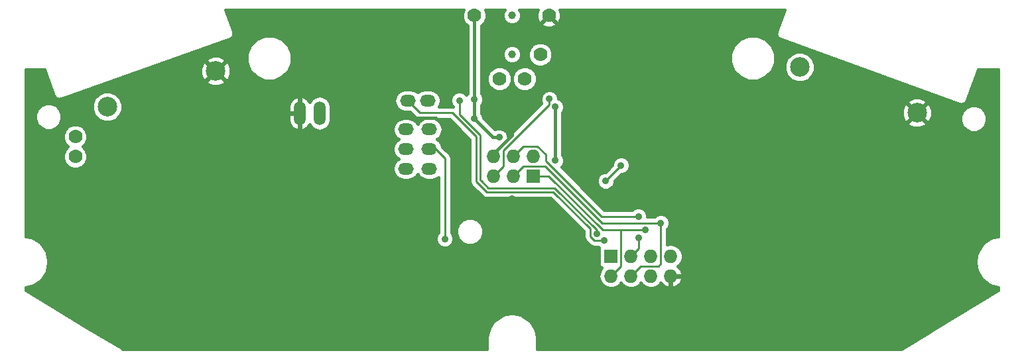
<source format=gbl>
%FSLAX46Y46*%
G04 Gerber Fmt 4.6, Leading zero omitted, Abs format (unit mm)*
G04 Created by KiCad (PCBNEW (2014-10-27 BZR 5228)-product) date 1/4/2015 7:38:25 PM*
%MOMM*%
G01*
G04 APERTURE LIST*
%ADD10C,0.100000*%
%ADD11R,1.727200X1.727200*%
%ADD12O,1.727200X1.727200*%
%ADD13C,2.499360*%
%ADD14O,1.506220X3.014980*%
%ADD15C,1.778000*%
%ADD16C,0.990600*%
%ADD17O,1.981200X1.501140*%
%ADD18C,0.889000*%
%ADD19C,0.381000*%
%ADD20C,0.254000*%
G04 APERTURE END LIST*
D10*
D11*
X75490000Y-32306000D03*
D12*
X75490000Y-34846000D03*
X78030000Y-32306000D03*
X78030000Y-34846000D03*
X80570000Y-32306000D03*
X80570000Y-34846000D03*
X83110000Y-32306000D03*
X83110000Y-34846000D03*
D11*
X65595500Y-22034500D03*
D12*
X65595500Y-19494500D03*
X63055500Y-22034500D03*
X63055500Y-19494500D03*
X60515500Y-22034500D03*
X60515500Y-19494500D03*
D13*
X11176000Y-13208000D03*
X25019000Y-8636000D03*
X99568000Y-8128000D03*
X114554000Y-13970000D03*
D14*
X38290500Y-14033500D03*
X35750500Y-14033500D03*
D15*
X58064400Y-1524000D03*
X67564000Y-1524000D03*
X61264800Y-9626600D03*
X64465200Y-9626600D03*
X66471800Y-6527800D03*
D16*
X62865000Y-1524000D03*
X62865000Y-6527800D03*
D17*
X49298860Y-16106140D03*
X52301140Y-16106140D03*
X52301140Y-18605500D03*
X49298860Y-18605500D03*
X52301140Y-21104860D03*
X49298860Y-21104860D03*
X49530000Y-12405360D03*
X52070000Y-12405360D03*
D15*
X7112000Y-17018000D03*
X7112000Y-19558000D03*
D18*
X65278000Y-32448500D03*
X62865000Y-24955500D03*
X54483000Y-15938500D03*
X47244000Y-13081000D03*
X47879000Y-9334500D03*
X75400000Y-20000000D03*
X106108500Y-37909500D03*
X49657000Y-32448500D03*
X79900000Y-20000000D03*
X21590000Y-37338000D03*
X27686000Y-27178000D03*
X18034000Y-16002000D03*
X92252800Y-27279600D03*
X119329200Y-27279600D03*
X106146600Y-16967200D03*
X12192000Y-28194000D03*
X43815000Y-14922500D03*
X43370500Y-10223500D03*
X62865000Y-12192000D03*
X81851500Y-28067000D03*
X67627500Y-12192000D03*
X79000000Y-27200000D03*
X78994000Y-29908500D03*
X79883000Y-28956000D03*
X58039000Y-12255500D03*
X58039000Y-14732000D03*
X61214000Y-17081500D03*
X73660000Y-29400500D03*
X56134000Y-12382500D03*
X74612500Y-30289500D03*
X68389500Y-13208000D03*
X68389500Y-20066000D03*
X74803000Y-22669500D03*
X76771500Y-20701000D03*
X54292500Y-30099000D03*
D19*
X65278000Y-32448500D02*
X62103000Y-32448500D01*
X60515500Y-27305000D02*
X62865000Y-24955500D01*
X60515500Y-30861000D02*
X60515500Y-27305000D01*
X62103000Y-32448500D02*
X60515500Y-30861000D01*
X47244000Y-13081000D02*
X48768000Y-14605000D01*
X53149500Y-14605000D02*
X54483000Y-15938500D01*
X48768000Y-14605000D02*
X53149500Y-14605000D01*
X47244000Y-13081000D02*
X47244000Y-9969500D01*
X47244000Y-9969500D02*
X47879000Y-9334500D01*
X62865000Y-16827500D02*
X62865000Y-12192000D01*
X60515500Y-19177000D02*
X62865000Y-16827500D01*
X60515500Y-19494500D02*
X60515500Y-19177000D01*
D20*
X64325500Y-20764500D02*
X63055500Y-22034500D01*
X67056000Y-20764500D02*
X64325500Y-20764500D01*
X74358500Y-28067000D02*
X67056000Y-20764500D01*
X74422000Y-28067000D02*
X81851500Y-28067000D01*
X74422000Y-28067000D02*
X74358500Y-28067000D01*
X81851500Y-33261300D02*
X81534000Y-33578800D01*
X81851500Y-33261300D02*
X81851500Y-33261300D01*
X79297200Y-33578800D02*
X78030000Y-34846000D01*
X79297200Y-33578800D02*
X81534000Y-33578800D01*
X81851500Y-33261300D02*
X81851500Y-28067000D01*
X60515500Y-22034500D02*
X61785500Y-20764500D01*
X65405000Y-15113000D02*
X67627500Y-12890500D01*
X67627500Y-12890500D02*
X67627500Y-12192000D01*
X65405000Y-15113000D02*
X62776102Y-17741898D01*
X61785500Y-18732500D02*
X62776102Y-17741898D01*
X61785500Y-20764500D02*
X61785500Y-18732500D01*
X79000000Y-27200000D02*
X74295000Y-27200000D01*
X67183000Y-20088000D02*
X67183000Y-19304000D01*
X67183000Y-19304000D02*
X66103500Y-18224500D01*
X66103500Y-18224500D02*
X64325500Y-18224500D01*
X64325500Y-18224500D02*
X63055500Y-19494500D01*
X74295000Y-27200000D02*
X67183000Y-20088000D01*
X78994000Y-31342000D02*
X78994000Y-29908500D01*
X78030000Y-32306000D02*
X78994000Y-31342000D01*
X74993500Y-28956000D02*
X76771500Y-28956000D01*
X76771500Y-28956000D02*
X79883000Y-28956000D01*
X74422000Y-28956000D02*
X67500500Y-22034500D01*
X67500500Y-22034500D02*
X65595500Y-22034500D01*
X74993500Y-28956000D02*
X74422000Y-28956000D01*
X76771500Y-33564500D02*
X75490000Y-34846000D01*
X76771500Y-33564500D02*
X76771500Y-30543500D01*
X76771500Y-28956000D02*
X76771500Y-30543500D01*
D19*
X58039000Y-12255500D02*
X58039000Y-14732000D01*
X58039000Y-14732000D02*
X60388500Y-17081500D01*
X60388500Y-17081500D02*
X61214000Y-17081500D01*
X58039000Y-1549400D02*
X58064400Y-1524000D01*
X58039000Y-1549400D02*
X58039000Y-12255500D01*
D20*
X68306076Y-23558500D02*
X66230500Y-23558500D01*
X73660000Y-28912424D02*
X68306076Y-23558500D01*
X73660000Y-29400500D02*
X73660000Y-28912424D01*
X66548000Y-23558500D02*
X66230500Y-23558500D01*
X56134000Y-14160500D02*
X56134000Y-12382500D01*
X66230500Y-23558500D02*
X59817000Y-23558500D01*
X58801000Y-22542500D02*
X58801000Y-16827500D01*
X59817000Y-23558500D02*
X58928000Y-22669500D01*
X58928000Y-22669500D02*
X58801000Y-22542500D01*
X58801000Y-16827500D02*
X56134000Y-14160500D01*
X59606578Y-24066502D02*
X58292998Y-22752922D01*
X74612500Y-30289500D02*
X73342500Y-30289500D01*
X73342500Y-30289500D02*
X72814576Y-29761576D01*
X72814576Y-29761576D02*
X72814576Y-28785424D01*
X72814576Y-28785424D02*
X68095654Y-24066502D01*
X68095654Y-24066502D02*
X59606578Y-24066502D01*
X51094640Y-13970000D02*
X49530000Y-12405360D01*
X55225076Y-13970000D02*
X51094640Y-13970000D01*
X58292998Y-17037922D02*
X55225076Y-13970000D01*
X58292998Y-22752922D02*
X58292998Y-17037922D01*
D19*
X68389500Y-20066000D02*
X68389500Y-13208000D01*
D20*
X76771500Y-20701000D02*
X74803000Y-22669500D01*
X54292500Y-19812000D02*
X54292500Y-30099000D01*
X53086000Y-18605500D02*
X54292500Y-19812000D01*
X52301140Y-18605500D02*
X53086000Y-18605500D01*
D19*
G36*
X60599000Y-19558000D02*
X60579000Y-19558000D01*
X60579000Y-19578000D01*
X60452000Y-19578000D01*
X60452000Y-19558000D01*
X60432000Y-19558000D01*
X60432000Y-19431000D01*
X60452000Y-19431000D01*
X60452000Y-19411000D01*
X60579000Y-19411000D01*
X60579000Y-19431000D01*
X60599000Y-19431000D01*
X60599000Y-19558000D01*
X60599000Y-19558000D01*
G37*
X60599000Y-19558000D02*
X60579000Y-19558000D01*
X60579000Y-19578000D01*
X60452000Y-19578000D01*
X60452000Y-19558000D01*
X60432000Y-19558000D01*
X60432000Y-19431000D01*
X60452000Y-19431000D01*
X60452000Y-19411000D01*
X60579000Y-19411000D01*
X60579000Y-19431000D01*
X60599000Y-19431000D01*
X60599000Y-19558000D01*
G36*
X124931500Y-36634921D02*
X116504956Y-41756938D01*
X116504956Y-13596707D01*
X116213595Y-12878524D01*
X116197492Y-12854424D01*
X115879195Y-12734607D01*
X115789393Y-12824409D01*
X115789393Y-12644805D01*
X115669576Y-12326508D01*
X114955721Y-12024699D01*
X114180707Y-12019044D01*
X113462524Y-12310405D01*
X113438424Y-12326508D01*
X113318607Y-12644805D01*
X114554000Y-13880197D01*
X115789393Y-12644805D01*
X115789393Y-12824409D01*
X114643803Y-13970000D01*
X115879195Y-15205393D01*
X116197492Y-15085576D01*
X116499301Y-14371721D01*
X116504956Y-13596707D01*
X116504956Y-41756938D01*
X115789393Y-42191888D01*
X115789393Y-15295195D01*
X114554000Y-14059803D01*
X114464197Y-14149605D01*
X114464197Y-13970000D01*
X113228805Y-12734607D01*
X112910508Y-12854424D01*
X112608699Y-13568279D01*
X112603044Y-14343293D01*
X112894405Y-15061476D01*
X112910508Y-15085576D01*
X113228805Y-15205393D01*
X114464197Y-13970000D01*
X114464197Y-14149605D01*
X113318607Y-15295195D01*
X113438424Y-15613492D01*
X114152279Y-15915301D01*
X114927293Y-15920956D01*
X115645476Y-15629595D01*
X115669576Y-15613492D01*
X115789393Y-15295195D01*
X115789393Y-42191888D01*
X112552355Y-44159500D01*
X101516517Y-44159500D01*
X101516517Y-7742183D01*
X101220550Y-7025886D01*
X100672996Y-6477376D01*
X99957217Y-6180159D01*
X99182183Y-6179483D01*
X98465886Y-6475450D01*
X97917376Y-7023004D01*
X97620159Y-7738783D01*
X97619483Y-8513817D01*
X97915450Y-9230114D01*
X98463004Y-9778624D01*
X99178783Y-10075841D01*
X99953817Y-10076517D01*
X100670114Y-9780550D01*
X101218624Y-9232996D01*
X101515841Y-8517217D01*
X101516517Y-7742183D01*
X101516517Y-44159500D01*
X96456995Y-44159500D01*
X96456995Y-6419102D01*
X96022883Y-5368471D01*
X95219757Y-4563942D01*
X94169886Y-4127997D01*
X93033102Y-4127005D01*
X91982471Y-4561117D01*
X91177942Y-5364243D01*
X90741997Y-6414114D01*
X90741005Y-7550898D01*
X91175117Y-8601529D01*
X91978243Y-9406058D01*
X93028114Y-9842003D01*
X94164898Y-9842995D01*
X95215529Y-9408883D01*
X96020058Y-8605757D01*
X96456003Y-7555886D01*
X96456995Y-6419102D01*
X96456995Y-44159500D01*
X84641659Y-44159500D01*
X84641659Y-35152883D01*
X84496021Y-34909500D01*
X83173500Y-34909500D01*
X83173500Y-36232188D01*
X83416883Y-36377663D01*
X83979665Y-36143633D01*
X84410048Y-35712050D01*
X84641659Y-35152883D01*
X84641659Y-44159500D01*
X66076500Y-44159500D01*
X66076500Y-42799000D01*
X66061157Y-42721865D01*
X66061157Y-42643220D01*
X65877478Y-41719810D01*
X65877479Y-41719806D01*
X65877478Y-41719805D01*
X65758250Y-41431963D01*
X65758249Y-41431962D01*
X65235179Y-40649130D01*
X65235178Y-40649129D01*
X65235178Y-40649128D01*
X65014872Y-40428823D01*
X65014871Y-40428822D01*
X64232040Y-39905752D01*
X64232039Y-39905751D01*
X64232037Y-39905750D01*
X64147730Y-39870829D01*
X63944195Y-39786522D01*
X63020780Y-39602843D01*
X62709220Y-39602843D01*
X61785810Y-39786521D01*
X61785806Y-39786521D01*
X61497963Y-39905750D01*
X60715130Y-40428820D01*
X60715128Y-40428822D01*
X60494822Y-40649129D01*
X59971752Y-41431959D01*
X59971751Y-41431961D01*
X59971750Y-41431962D01*
X59971750Y-41431963D01*
X59936829Y-41516269D01*
X59852522Y-41719805D01*
X59668843Y-42643220D01*
X59668843Y-42721865D01*
X59653500Y-42799000D01*
X59653500Y-44159500D01*
X59194997Y-44159500D01*
X59194997Y-28794261D01*
X58934530Y-28163883D01*
X58452654Y-27681165D01*
X57822731Y-27419598D01*
X57140661Y-27419003D01*
X56510283Y-27679470D01*
X56027565Y-28161346D01*
X55765998Y-28791269D01*
X55765403Y-29473339D01*
X56025870Y-30103717D01*
X56507746Y-30586435D01*
X57137669Y-30848002D01*
X57819739Y-30848597D01*
X58450117Y-30588130D01*
X58932835Y-30106254D01*
X59194402Y-29476331D01*
X59194997Y-28794261D01*
X59194997Y-44159500D01*
X39742110Y-44159500D01*
X39742110Y-14831098D01*
X39742110Y-13235902D01*
X39631613Y-12680395D01*
X39316943Y-12209459D01*
X38846007Y-11894789D01*
X38290500Y-11784292D01*
X37734993Y-11894789D01*
X37264057Y-12209459D01*
X37011008Y-12588172D01*
X36732042Y-12207776D01*
X36247341Y-11913707D01*
X36040083Y-11856688D01*
X35814000Y-12003715D01*
X35814000Y-13970000D01*
X35834000Y-13970000D01*
X35834000Y-14097000D01*
X35814000Y-14097000D01*
X35814000Y-16063285D01*
X36040083Y-16210312D01*
X36247341Y-16153293D01*
X36732042Y-15859224D01*
X37011008Y-15478827D01*
X37264057Y-15857541D01*
X37734993Y-16172211D01*
X38290500Y-16282708D01*
X38846007Y-16172211D01*
X39316943Y-15857541D01*
X39631613Y-15386605D01*
X39742110Y-14831098D01*
X39742110Y-44159500D01*
X35687000Y-44159500D01*
X35687000Y-16063285D01*
X35687000Y-14097000D01*
X35687000Y-13970000D01*
X35687000Y-12003715D01*
X35460917Y-11856688D01*
X35253659Y-11913707D01*
X34768958Y-12207776D01*
X34734995Y-12254087D01*
X34734995Y-6419102D01*
X34300883Y-5368471D01*
X33497757Y-4563942D01*
X32447886Y-4127997D01*
X31311102Y-4127005D01*
X30260471Y-4561117D01*
X29455942Y-5364243D01*
X29019997Y-6414114D01*
X29019005Y-7550898D01*
X29453117Y-8601529D01*
X30256243Y-9406058D01*
X31306114Y-9842003D01*
X32442898Y-9842995D01*
X33493529Y-9408883D01*
X34298058Y-8605757D01*
X34734003Y-7555886D01*
X34734995Y-6419102D01*
X34734995Y-12254087D01*
X34433688Y-12664947D01*
X34298890Y-13215620D01*
X34298890Y-13970000D01*
X35687000Y-13970000D01*
X35687000Y-14097000D01*
X34298890Y-14097000D01*
X34298890Y-14851380D01*
X34433688Y-15402053D01*
X34768958Y-15859224D01*
X35253659Y-16153293D01*
X35460917Y-16210312D01*
X35687000Y-16063285D01*
X35687000Y-44159500D01*
X26969956Y-44159500D01*
X26969956Y-8262707D01*
X26678595Y-7544524D01*
X26662492Y-7520424D01*
X26344195Y-7400607D01*
X26254393Y-7490409D01*
X26254393Y-7310805D01*
X26134576Y-6992508D01*
X25420721Y-6690699D01*
X24645707Y-6685044D01*
X23927524Y-6976405D01*
X23903424Y-6992508D01*
X23783607Y-7310805D01*
X25019000Y-8546197D01*
X26254393Y-7310805D01*
X26254393Y-7490409D01*
X25108803Y-8636000D01*
X26344195Y-9871393D01*
X26662492Y-9751576D01*
X26964301Y-9037721D01*
X26969956Y-8262707D01*
X26969956Y-44159500D01*
X26254393Y-44159500D01*
X26254393Y-9961195D01*
X25019000Y-8725803D01*
X24929197Y-8815605D01*
X24929197Y-8636000D01*
X23693805Y-7400607D01*
X23375508Y-7520424D01*
X23073699Y-8234279D01*
X23068044Y-9009293D01*
X23359405Y-9727476D01*
X23375508Y-9751576D01*
X23693805Y-9871393D01*
X24929197Y-8636000D01*
X24929197Y-8815605D01*
X23783607Y-9961195D01*
X23903424Y-10279492D01*
X24617279Y-10581301D01*
X25392293Y-10586956D01*
X26110476Y-10295595D01*
X26134576Y-10279492D01*
X26254393Y-9961195D01*
X26254393Y-44159500D01*
X13177644Y-44159500D01*
X13124517Y-44127207D01*
X13124517Y-12822183D01*
X12828550Y-12105886D01*
X12280996Y-11557376D01*
X11565217Y-11260159D01*
X10790183Y-11259483D01*
X10073886Y-11555450D01*
X9525376Y-12103004D01*
X9228159Y-12818783D01*
X9227483Y-13593817D01*
X9523450Y-14310114D01*
X10071004Y-14858624D01*
X10786783Y-15155841D01*
X11561817Y-15156517D01*
X12278114Y-14860550D01*
X12826624Y-14312996D01*
X13123841Y-13597217D01*
X13124517Y-12822183D01*
X13124517Y-44127207D01*
X8699775Y-41437657D01*
X8699775Y-19243612D01*
X8458602Y-18659928D01*
X8087065Y-18287742D01*
X8457032Y-17918421D01*
X8699224Y-17335159D01*
X8699775Y-16703612D01*
X8458602Y-16119928D01*
X8012421Y-15672968D01*
X7429159Y-15430776D01*
X6797612Y-15430225D01*
X6213928Y-15671398D01*
X5766968Y-16117579D01*
X5524776Y-16700841D01*
X5524225Y-17332388D01*
X5765398Y-17916072D01*
X6136934Y-18288257D01*
X5766968Y-18657579D01*
X5524776Y-19240841D01*
X5524225Y-19872388D01*
X5765398Y-20456072D01*
X6211579Y-20903032D01*
X6794841Y-21145224D01*
X7426388Y-21145775D01*
X8010072Y-20904602D01*
X8457032Y-20458421D01*
X8699224Y-19875159D01*
X8699775Y-19243612D01*
X8699775Y-41437657D01*
X5397797Y-39430572D01*
X5397797Y-14138461D01*
X5137330Y-13508083D01*
X4655454Y-13025365D01*
X4025531Y-12763798D01*
X3343461Y-12763203D01*
X2713083Y-13023670D01*
X2230365Y-13505546D01*
X1968798Y-14135469D01*
X1968203Y-14817539D01*
X2228670Y-15447917D01*
X2710546Y-15930635D01*
X3340469Y-16192202D01*
X4022539Y-16192797D01*
X4652917Y-15932330D01*
X5135635Y-15450454D01*
X5397202Y-14820531D01*
X5397797Y-14138461D01*
X5397797Y-39430572D01*
X798500Y-36634921D01*
X798500Y-36291097D01*
X1508796Y-36149811D01*
X1796639Y-36030583D01*
X1796639Y-36030582D01*
X1796642Y-36030579D01*
X2620670Y-35479981D01*
X2620674Y-35479980D01*
X2620674Y-35479979D01*
X2840979Y-35259674D01*
X2840980Y-35259673D01*
X2840980Y-35259671D01*
X3391579Y-34435642D01*
X3391582Y-34435639D01*
X3391583Y-34435639D01*
X3510811Y-34147796D01*
X3704157Y-33175780D01*
X3704157Y-32864220D01*
X3510811Y-31892204D01*
X3391583Y-31604361D01*
X3391579Y-31604357D01*
X2840980Y-30780328D01*
X2840980Y-30780327D01*
X2840979Y-30780326D01*
X2620674Y-30560021D01*
X2620674Y-30560020D01*
X2620670Y-30560018D01*
X1796642Y-30009420D01*
X1796639Y-30009417D01*
X1508796Y-29890189D01*
X798500Y-29748902D01*
X798500Y-8418500D01*
X3125298Y-8418500D01*
X4330307Y-11704888D01*
X4409360Y-11834468D01*
X4487031Y-11964781D01*
X4490387Y-11967283D01*
X4492569Y-11970859D01*
X4615167Y-12060303D01*
X4736820Y-12150993D01*
X4740880Y-12152020D01*
X4744262Y-12154488D01*
X4891712Y-12190197D01*
X5038855Y-12227440D01*
X5042999Y-12226835D01*
X5047068Y-12227821D01*
X5197009Y-12204377D01*
X5347154Y-12182483D01*
X26810154Y-4562483D01*
X26813749Y-4560340D01*
X26817888Y-4559693D01*
X26947447Y-4480651D01*
X27077781Y-4402969D01*
X27080284Y-4399611D01*
X27083858Y-4397431D01*
X27173296Y-4274842D01*
X27263993Y-4153180D01*
X27265020Y-4149121D01*
X27267488Y-4145739D01*
X27303214Y-3998218D01*
X27340439Y-3851145D01*
X27339835Y-3847003D01*
X27340821Y-3842933D01*
X27317372Y-3692959D01*
X27295483Y-3542846D01*
X27293339Y-3539250D01*
X27292693Y-3535113D01*
X26289268Y-798500D01*
X56646734Y-798500D01*
X56477176Y-1206841D01*
X56476625Y-1838388D01*
X56717798Y-2422072D01*
X57150000Y-2855028D01*
X57150000Y-11527912D01*
X57070577Y-11607197D01*
X57042525Y-11674752D01*
X56782303Y-11414077D01*
X56362354Y-11239699D01*
X55907641Y-11239302D01*
X55487388Y-11412946D01*
X55165577Y-11734197D01*
X54991199Y-12154146D01*
X54990802Y-12608859D01*
X55164446Y-13029112D01*
X55293150Y-13158040D01*
X55225076Y-13144500D01*
X53558537Y-13144500D01*
X53681887Y-12959895D01*
X53792191Y-12405360D01*
X53681887Y-11850825D01*
X53367768Y-11380713D01*
X52897656Y-11066594D01*
X52343121Y-10956290D01*
X51796879Y-10956290D01*
X51242344Y-11066594D01*
X50800000Y-11362159D01*
X50357656Y-11066594D01*
X49803121Y-10956290D01*
X49256879Y-10956290D01*
X48702344Y-11066594D01*
X48232232Y-11380713D01*
X47918113Y-11850825D01*
X47807809Y-12405360D01*
X47918113Y-12959895D01*
X48232232Y-13430007D01*
X48702344Y-13744126D01*
X49256879Y-13854430D01*
X49803121Y-13854430D01*
X49810223Y-13853017D01*
X50510923Y-14553717D01*
X50778734Y-14732663D01*
X50778735Y-14732663D01*
X51094640Y-14795500D01*
X51431390Y-14795500D01*
X51003372Y-15081493D01*
X50800000Y-15385860D01*
X50596628Y-15081493D01*
X50126516Y-14767374D01*
X49571981Y-14657070D01*
X49025739Y-14657070D01*
X48471204Y-14767374D01*
X48001092Y-15081493D01*
X47686973Y-15551605D01*
X47576669Y-16106140D01*
X47686973Y-16660675D01*
X48001092Y-17130787D01*
X48337877Y-17355820D01*
X48001092Y-17580853D01*
X47686973Y-18050965D01*
X47576669Y-18605500D01*
X47686973Y-19160035D01*
X48001092Y-19630147D01*
X48337877Y-19855180D01*
X48001092Y-20080213D01*
X47686973Y-20550325D01*
X47576669Y-21104860D01*
X47686973Y-21659395D01*
X48001092Y-22129507D01*
X48471204Y-22443626D01*
X49025739Y-22553930D01*
X49571981Y-22553930D01*
X50126516Y-22443626D01*
X50596628Y-22129507D01*
X50800000Y-21825139D01*
X51003372Y-22129507D01*
X51473484Y-22443626D01*
X52028019Y-22553930D01*
X52574261Y-22553930D01*
X53128796Y-22443626D01*
X53467000Y-22217645D01*
X53467000Y-29308022D01*
X53324077Y-29450697D01*
X53149699Y-29870646D01*
X53149302Y-30325359D01*
X53322946Y-30745612D01*
X53644197Y-31067423D01*
X54064146Y-31241801D01*
X54518859Y-31242198D01*
X54939112Y-31068554D01*
X55260923Y-30747303D01*
X55435301Y-30327354D01*
X55435698Y-29872641D01*
X55262054Y-29452388D01*
X55118000Y-29308082D01*
X55118000Y-19812005D01*
X55118000Y-19812000D01*
X55118001Y-19812000D01*
X55055163Y-19496095D01*
X54876217Y-19228284D01*
X54876217Y-19228283D01*
X54876213Y-19228280D01*
X53966195Y-18318261D01*
X53913027Y-18050965D01*
X53598908Y-17580853D01*
X53262122Y-17355820D01*
X53598908Y-17130787D01*
X53913027Y-16660675D01*
X54023331Y-16106140D01*
X53913027Y-15551605D01*
X53598908Y-15081493D01*
X53170889Y-14795500D01*
X54883142Y-14795500D01*
X57467498Y-17379856D01*
X57467498Y-22752922D01*
X57530335Y-23068828D01*
X57709281Y-23336639D01*
X59022858Y-24650215D01*
X59022861Y-24650219D01*
X59022862Y-24650219D01*
X59290673Y-24829165D01*
X59606578Y-24892003D01*
X59606578Y-24892002D01*
X59606583Y-24892002D01*
X67753720Y-24892002D01*
X71989076Y-29127357D01*
X71989076Y-29761576D01*
X72051913Y-30077482D01*
X72230859Y-30345293D01*
X72758780Y-30873213D01*
X72758783Y-30873217D01*
X72919324Y-30980486D01*
X73026594Y-31052163D01*
X73026595Y-31052163D01*
X73342500Y-31115000D01*
X73821522Y-31115000D01*
X73951874Y-31245579D01*
X73927900Y-31303459D01*
X73927900Y-31581340D01*
X73927900Y-33308540D01*
X74034240Y-33565268D01*
X74230731Y-33761760D01*
X74317284Y-33797611D01*
X74016205Y-34248210D01*
X73897297Y-34846000D01*
X74016205Y-35443790D01*
X74354825Y-35950572D01*
X74861607Y-36289192D01*
X75459397Y-36408100D01*
X75520603Y-36408100D01*
X76118393Y-36289192D01*
X76625175Y-35950572D01*
X76760000Y-35748791D01*
X76894825Y-35950572D01*
X77401607Y-36289192D01*
X77999397Y-36408100D01*
X78060603Y-36408100D01*
X78658393Y-36289192D01*
X79165175Y-35950572D01*
X79300000Y-35748791D01*
X79434825Y-35950572D01*
X79941607Y-36289192D01*
X80539397Y-36408100D01*
X80600603Y-36408100D01*
X81198393Y-36289192D01*
X81705175Y-35950572D01*
X81842644Y-35744833D01*
X82240335Y-36143633D01*
X82803117Y-36377663D01*
X83046500Y-36232188D01*
X83046500Y-34909500D01*
X83026500Y-34909500D01*
X83026500Y-34782500D01*
X83046500Y-34782500D01*
X83046500Y-34762500D01*
X83173500Y-34762500D01*
X83173500Y-34782500D01*
X84496021Y-34782500D01*
X84641659Y-34539117D01*
X84410048Y-33979950D01*
X84003371Y-33572139D01*
X84245175Y-33410572D01*
X84583795Y-32903790D01*
X84702703Y-32306000D01*
X84583795Y-31708210D01*
X84245175Y-31201428D01*
X83738393Y-30862808D01*
X83140603Y-30743900D01*
X83079397Y-30743900D01*
X82677000Y-30823941D01*
X82677000Y-28857977D01*
X82819923Y-28715303D01*
X82994301Y-28295354D01*
X82994698Y-27840641D01*
X82821054Y-27420388D01*
X82499803Y-27098577D01*
X82079854Y-26924199D01*
X81625141Y-26923802D01*
X81204888Y-27097446D01*
X81060582Y-27241500D01*
X80142964Y-27241500D01*
X80143198Y-26973641D01*
X79969554Y-26553388D01*
X79648303Y-26231577D01*
X79228354Y-26057199D01*
X78773641Y-26056802D01*
X78353388Y-26230446D01*
X78209082Y-26374500D01*
X77914698Y-26374500D01*
X77914698Y-20474641D01*
X77741054Y-20054388D01*
X77419803Y-19732577D01*
X76999854Y-19558199D01*
X76545141Y-19557802D01*
X76124888Y-19731446D01*
X75803077Y-20052697D01*
X75628699Y-20472646D01*
X75628520Y-20676545D01*
X74778587Y-21526478D01*
X74576641Y-21526302D01*
X74156388Y-21699946D01*
X73834577Y-22021197D01*
X73660199Y-22441146D01*
X73659802Y-22895859D01*
X73833446Y-23316112D01*
X74154697Y-23637923D01*
X74574646Y-23812301D01*
X75029359Y-23812698D01*
X75449612Y-23639054D01*
X75771423Y-23317803D01*
X75945801Y-22897854D01*
X75945979Y-22693954D01*
X76795911Y-21844021D01*
X76997859Y-21844198D01*
X77418112Y-21670554D01*
X77739923Y-21349303D01*
X77914301Y-20929354D01*
X77914698Y-20474641D01*
X77914698Y-26374500D01*
X74636934Y-26374500D01*
X69167164Y-20904730D01*
X69357923Y-20714303D01*
X69532301Y-20294354D01*
X69532698Y-19839641D01*
X69359054Y-19419388D01*
X69278500Y-19338693D01*
X69278500Y-13935587D01*
X69357923Y-13856303D01*
X69532301Y-13436354D01*
X69532698Y-12981641D01*
X69359054Y-12561388D01*
X69037803Y-12239577D01*
X68770555Y-12128606D01*
X68770698Y-11965641D01*
X68597054Y-11545388D01*
X68539156Y-11487389D01*
X68539156Y-2588959D01*
X67564000Y-1613803D01*
X66588844Y-2588959D01*
X66664715Y-2869792D01*
X67248181Y-3111491D01*
X67879728Y-3111509D01*
X68463208Y-2869843D01*
X68463285Y-2869792D01*
X68539156Y-2588959D01*
X68539156Y-11487389D01*
X68275803Y-11223577D01*
X68059575Y-11133791D01*
X68059575Y-6213412D01*
X67818402Y-5629728D01*
X67372221Y-5182768D01*
X66788959Y-4940576D01*
X66157412Y-4940025D01*
X65573728Y-5181198D01*
X65126768Y-5627379D01*
X64884576Y-6210641D01*
X64884025Y-6842188D01*
X65125198Y-7425872D01*
X65571379Y-7872832D01*
X66154641Y-8115024D01*
X66786188Y-8115575D01*
X67369872Y-7874402D01*
X67816832Y-7428221D01*
X68059024Y-6844959D01*
X68059575Y-6213412D01*
X68059575Y-11133791D01*
X67855854Y-11049199D01*
X67401141Y-11048802D01*
X66980888Y-11222446D01*
X66659077Y-11543697D01*
X66484699Y-11963646D01*
X66484302Y-12418359D01*
X66615260Y-12735305D01*
X66052975Y-13297590D01*
X66052975Y-9312212D01*
X65811802Y-8728528D01*
X65365621Y-8281568D01*
X64782359Y-8039376D01*
X64150812Y-8038825D01*
X64059007Y-8076758D01*
X64059007Y-6291380D01*
X63877645Y-5852450D01*
X63542116Y-5516336D01*
X63103503Y-5334208D01*
X62628580Y-5333793D01*
X62189650Y-5515155D01*
X61853536Y-5850684D01*
X61671408Y-6289297D01*
X61670993Y-6764220D01*
X61852355Y-7203150D01*
X62187884Y-7539264D01*
X62626497Y-7721392D01*
X63101420Y-7721807D01*
X63540350Y-7540445D01*
X63876464Y-7204916D01*
X64058592Y-6766303D01*
X64059007Y-6291380D01*
X64059007Y-8076758D01*
X63567128Y-8279998D01*
X63120168Y-8726179D01*
X62877976Y-9309441D01*
X62877425Y-9940988D01*
X63118598Y-10524672D01*
X63564779Y-10971632D01*
X64148041Y-11213824D01*
X64779588Y-11214375D01*
X65363272Y-10973202D01*
X65810232Y-10527021D01*
X66052424Y-9943759D01*
X66052975Y-9312212D01*
X66052975Y-13297590D01*
X64821283Y-14529283D01*
X62852575Y-16497990D01*
X62852575Y-9312212D01*
X62611402Y-8728528D01*
X62165221Y-8281568D01*
X61581959Y-8039376D01*
X60950412Y-8038825D01*
X60366728Y-8279998D01*
X59919768Y-8726179D01*
X59677576Y-9309441D01*
X59677025Y-9940988D01*
X59918198Y-10524672D01*
X60364379Y-10971632D01*
X60947641Y-11213824D01*
X61579188Y-11214375D01*
X62162872Y-10973202D01*
X62609832Y-10527021D01*
X62852024Y-9943759D01*
X62852575Y-9312212D01*
X62852575Y-16497990D01*
X62357077Y-16993488D01*
X62357198Y-16855141D01*
X62183554Y-16434888D01*
X61862303Y-16113077D01*
X61442354Y-15938699D01*
X60987641Y-15938302D01*
X60644372Y-16080136D01*
X59182100Y-14617864D01*
X59182198Y-14505641D01*
X59008554Y-14085388D01*
X58928000Y-14004693D01*
X58928000Y-12983087D01*
X59007423Y-12903803D01*
X59181801Y-12483854D01*
X59182198Y-12029141D01*
X59008554Y-11608888D01*
X58928000Y-11528193D01*
X58928000Y-2884845D01*
X58962472Y-2870602D01*
X59409432Y-2424421D01*
X59651624Y-1841159D01*
X59652175Y-1209612D01*
X59482307Y-798500D01*
X61902004Y-798500D01*
X61853536Y-846884D01*
X61671408Y-1285497D01*
X61670993Y-1760420D01*
X61852355Y-2199350D01*
X62187884Y-2535464D01*
X62626497Y-2717592D01*
X63101420Y-2718007D01*
X63540350Y-2536645D01*
X63876464Y-2201116D01*
X64058592Y-1762503D01*
X64059007Y-1287580D01*
X63877645Y-848650D01*
X63827582Y-798500D01*
X66146218Y-798500D01*
X65976509Y-1208181D01*
X65976491Y-1839728D01*
X66218157Y-2423208D01*
X66218208Y-2423285D01*
X66499041Y-2499156D01*
X67474197Y-1524000D01*
X67460055Y-1509858D01*
X67549858Y-1420055D01*
X67564000Y-1434197D01*
X67578142Y-1420055D01*
X67667944Y-1509857D01*
X67653803Y-1524000D01*
X68628959Y-2499156D01*
X68909792Y-2423285D01*
X69151491Y-1839819D01*
X69151509Y-1208272D01*
X68981789Y-798500D01*
X87884000Y-798500D01*
X97639804Y-798500D01*
X96638430Y-3546798D01*
X96638408Y-3546936D01*
X96638336Y-3547056D01*
X96614687Y-3700703D01*
X96590928Y-3854715D01*
X96590961Y-3854851D01*
X96590940Y-3854990D01*
X96627643Y-4004985D01*
X96664876Y-4157371D01*
X96664960Y-4157485D01*
X96664993Y-4157620D01*
X96756216Y-4282034D01*
X96849017Y-4408690D01*
X96849137Y-4408762D01*
X96849220Y-4408876D01*
X96982443Y-4489717D01*
X97115318Y-4570410D01*
X97115456Y-4570431D01*
X97115576Y-4570504D01*
X119886676Y-12858524D01*
X119886703Y-12858528D01*
X119886728Y-12858543D01*
X120044504Y-12882816D01*
X120194609Y-12905920D01*
X120194635Y-12905913D01*
X120194664Y-12905918D01*
X120350696Y-12867725D01*
X120497240Y-12831867D01*
X120497262Y-12831850D01*
X120497290Y-12831844D01*
X120630333Y-12734278D01*
X120748495Y-12647639D01*
X120748508Y-12647617D01*
X120748533Y-12647599D01*
X120834939Y-12505183D01*
X120910124Y-12381283D01*
X120910128Y-12381256D01*
X120910143Y-12381232D01*
X122352155Y-8418500D01*
X124931500Y-8418500D01*
X124931500Y-29748902D01*
X124221204Y-29890189D01*
X123933361Y-30009417D01*
X123933357Y-30009420D01*
X123507797Y-30293770D01*
X123507797Y-14392461D01*
X123247330Y-13762083D01*
X122765454Y-13279365D01*
X122135531Y-13017798D01*
X121453461Y-13017203D01*
X120823083Y-13277670D01*
X120340365Y-13759546D01*
X120078798Y-14389469D01*
X120078203Y-15071539D01*
X120338670Y-15701917D01*
X120820546Y-16184635D01*
X121450469Y-16446202D01*
X122132539Y-16446797D01*
X122762917Y-16186330D01*
X123245635Y-15704454D01*
X123507202Y-15074531D01*
X123507797Y-14392461D01*
X123507797Y-30293770D01*
X123109328Y-30560019D01*
X123109327Y-30560020D01*
X123109326Y-30560021D01*
X122889020Y-30780326D01*
X122889018Y-30780329D01*
X122338420Y-31604357D01*
X122338417Y-31604361D01*
X122219189Y-31892204D01*
X122025843Y-32864220D01*
X122025843Y-33175780D01*
X122219189Y-34147796D01*
X122338417Y-34435639D01*
X122338420Y-34435642D01*
X122889018Y-35259670D01*
X122889020Y-35259674D01*
X122889021Y-35259674D01*
X123109326Y-35479979D01*
X123109327Y-35479980D01*
X123109328Y-35479980D01*
X123933357Y-36030579D01*
X123933361Y-36030583D01*
X124221204Y-36149811D01*
X124931500Y-36291097D01*
X124931500Y-36634921D01*
X124931500Y-36634921D01*
G37*
X124931500Y-36634921D02*
X116504956Y-41756938D01*
X116504956Y-13596707D01*
X116213595Y-12878524D01*
X116197492Y-12854424D01*
X115879195Y-12734607D01*
X115789393Y-12824409D01*
X115789393Y-12644805D01*
X115669576Y-12326508D01*
X114955721Y-12024699D01*
X114180707Y-12019044D01*
X113462524Y-12310405D01*
X113438424Y-12326508D01*
X113318607Y-12644805D01*
X114554000Y-13880197D01*
X115789393Y-12644805D01*
X115789393Y-12824409D01*
X114643803Y-13970000D01*
X115879195Y-15205393D01*
X116197492Y-15085576D01*
X116499301Y-14371721D01*
X116504956Y-13596707D01*
X116504956Y-41756938D01*
X115789393Y-42191888D01*
X115789393Y-15295195D01*
X114554000Y-14059803D01*
X114464197Y-14149605D01*
X114464197Y-13970000D01*
X113228805Y-12734607D01*
X112910508Y-12854424D01*
X112608699Y-13568279D01*
X112603044Y-14343293D01*
X112894405Y-15061476D01*
X112910508Y-15085576D01*
X113228805Y-15205393D01*
X114464197Y-13970000D01*
X114464197Y-14149605D01*
X113318607Y-15295195D01*
X113438424Y-15613492D01*
X114152279Y-15915301D01*
X114927293Y-15920956D01*
X115645476Y-15629595D01*
X115669576Y-15613492D01*
X115789393Y-15295195D01*
X115789393Y-42191888D01*
X112552355Y-44159500D01*
X101516517Y-44159500D01*
X101516517Y-7742183D01*
X101220550Y-7025886D01*
X100672996Y-6477376D01*
X99957217Y-6180159D01*
X99182183Y-6179483D01*
X98465886Y-6475450D01*
X97917376Y-7023004D01*
X97620159Y-7738783D01*
X97619483Y-8513817D01*
X97915450Y-9230114D01*
X98463004Y-9778624D01*
X99178783Y-10075841D01*
X99953817Y-10076517D01*
X100670114Y-9780550D01*
X101218624Y-9232996D01*
X101515841Y-8517217D01*
X101516517Y-7742183D01*
X101516517Y-44159500D01*
X96456995Y-44159500D01*
X96456995Y-6419102D01*
X96022883Y-5368471D01*
X95219757Y-4563942D01*
X94169886Y-4127997D01*
X93033102Y-4127005D01*
X91982471Y-4561117D01*
X91177942Y-5364243D01*
X90741997Y-6414114D01*
X90741005Y-7550898D01*
X91175117Y-8601529D01*
X91978243Y-9406058D01*
X93028114Y-9842003D01*
X94164898Y-9842995D01*
X95215529Y-9408883D01*
X96020058Y-8605757D01*
X96456003Y-7555886D01*
X96456995Y-6419102D01*
X96456995Y-44159500D01*
X84641659Y-44159500D01*
X84641659Y-35152883D01*
X84496021Y-34909500D01*
X83173500Y-34909500D01*
X83173500Y-36232188D01*
X83416883Y-36377663D01*
X83979665Y-36143633D01*
X84410048Y-35712050D01*
X84641659Y-35152883D01*
X84641659Y-44159500D01*
X66076500Y-44159500D01*
X66076500Y-42799000D01*
X66061157Y-42721865D01*
X66061157Y-42643220D01*
X65877478Y-41719810D01*
X65877479Y-41719806D01*
X65877478Y-41719805D01*
X65758250Y-41431963D01*
X65758249Y-41431962D01*
X65235179Y-40649130D01*
X65235178Y-40649129D01*
X65235178Y-40649128D01*
X65014872Y-40428823D01*
X65014871Y-40428822D01*
X64232040Y-39905752D01*
X64232039Y-39905751D01*
X64232037Y-39905750D01*
X64147730Y-39870829D01*
X63944195Y-39786522D01*
X63020780Y-39602843D01*
X62709220Y-39602843D01*
X61785810Y-39786521D01*
X61785806Y-39786521D01*
X61497963Y-39905750D01*
X60715130Y-40428820D01*
X60715128Y-40428822D01*
X60494822Y-40649129D01*
X59971752Y-41431959D01*
X59971751Y-41431961D01*
X59971750Y-41431962D01*
X59971750Y-41431963D01*
X59936829Y-41516269D01*
X59852522Y-41719805D01*
X59668843Y-42643220D01*
X59668843Y-42721865D01*
X59653500Y-42799000D01*
X59653500Y-44159500D01*
X59194997Y-44159500D01*
X59194997Y-28794261D01*
X58934530Y-28163883D01*
X58452654Y-27681165D01*
X57822731Y-27419598D01*
X57140661Y-27419003D01*
X56510283Y-27679470D01*
X56027565Y-28161346D01*
X55765998Y-28791269D01*
X55765403Y-29473339D01*
X56025870Y-30103717D01*
X56507746Y-30586435D01*
X57137669Y-30848002D01*
X57819739Y-30848597D01*
X58450117Y-30588130D01*
X58932835Y-30106254D01*
X59194402Y-29476331D01*
X59194997Y-28794261D01*
X59194997Y-44159500D01*
X39742110Y-44159500D01*
X39742110Y-14831098D01*
X39742110Y-13235902D01*
X39631613Y-12680395D01*
X39316943Y-12209459D01*
X38846007Y-11894789D01*
X38290500Y-11784292D01*
X37734993Y-11894789D01*
X37264057Y-12209459D01*
X37011008Y-12588172D01*
X36732042Y-12207776D01*
X36247341Y-11913707D01*
X36040083Y-11856688D01*
X35814000Y-12003715D01*
X35814000Y-13970000D01*
X35834000Y-13970000D01*
X35834000Y-14097000D01*
X35814000Y-14097000D01*
X35814000Y-16063285D01*
X36040083Y-16210312D01*
X36247341Y-16153293D01*
X36732042Y-15859224D01*
X37011008Y-15478827D01*
X37264057Y-15857541D01*
X37734993Y-16172211D01*
X38290500Y-16282708D01*
X38846007Y-16172211D01*
X39316943Y-15857541D01*
X39631613Y-15386605D01*
X39742110Y-14831098D01*
X39742110Y-44159500D01*
X35687000Y-44159500D01*
X35687000Y-16063285D01*
X35687000Y-14097000D01*
X35687000Y-13970000D01*
X35687000Y-12003715D01*
X35460917Y-11856688D01*
X35253659Y-11913707D01*
X34768958Y-12207776D01*
X34734995Y-12254087D01*
X34734995Y-6419102D01*
X34300883Y-5368471D01*
X33497757Y-4563942D01*
X32447886Y-4127997D01*
X31311102Y-4127005D01*
X30260471Y-4561117D01*
X29455942Y-5364243D01*
X29019997Y-6414114D01*
X29019005Y-7550898D01*
X29453117Y-8601529D01*
X30256243Y-9406058D01*
X31306114Y-9842003D01*
X32442898Y-9842995D01*
X33493529Y-9408883D01*
X34298058Y-8605757D01*
X34734003Y-7555886D01*
X34734995Y-6419102D01*
X34734995Y-12254087D01*
X34433688Y-12664947D01*
X34298890Y-13215620D01*
X34298890Y-13970000D01*
X35687000Y-13970000D01*
X35687000Y-14097000D01*
X34298890Y-14097000D01*
X34298890Y-14851380D01*
X34433688Y-15402053D01*
X34768958Y-15859224D01*
X35253659Y-16153293D01*
X35460917Y-16210312D01*
X35687000Y-16063285D01*
X35687000Y-44159500D01*
X26969956Y-44159500D01*
X26969956Y-8262707D01*
X26678595Y-7544524D01*
X26662492Y-7520424D01*
X26344195Y-7400607D01*
X26254393Y-7490409D01*
X26254393Y-7310805D01*
X26134576Y-6992508D01*
X25420721Y-6690699D01*
X24645707Y-6685044D01*
X23927524Y-6976405D01*
X23903424Y-6992508D01*
X23783607Y-7310805D01*
X25019000Y-8546197D01*
X26254393Y-7310805D01*
X26254393Y-7490409D01*
X25108803Y-8636000D01*
X26344195Y-9871393D01*
X26662492Y-9751576D01*
X26964301Y-9037721D01*
X26969956Y-8262707D01*
X26969956Y-44159500D01*
X26254393Y-44159500D01*
X26254393Y-9961195D01*
X25019000Y-8725803D01*
X24929197Y-8815605D01*
X24929197Y-8636000D01*
X23693805Y-7400607D01*
X23375508Y-7520424D01*
X23073699Y-8234279D01*
X23068044Y-9009293D01*
X23359405Y-9727476D01*
X23375508Y-9751576D01*
X23693805Y-9871393D01*
X24929197Y-8636000D01*
X24929197Y-8815605D01*
X23783607Y-9961195D01*
X23903424Y-10279492D01*
X24617279Y-10581301D01*
X25392293Y-10586956D01*
X26110476Y-10295595D01*
X26134576Y-10279492D01*
X26254393Y-9961195D01*
X26254393Y-44159500D01*
X13177644Y-44159500D01*
X13124517Y-44127207D01*
X13124517Y-12822183D01*
X12828550Y-12105886D01*
X12280996Y-11557376D01*
X11565217Y-11260159D01*
X10790183Y-11259483D01*
X10073886Y-11555450D01*
X9525376Y-12103004D01*
X9228159Y-12818783D01*
X9227483Y-13593817D01*
X9523450Y-14310114D01*
X10071004Y-14858624D01*
X10786783Y-15155841D01*
X11561817Y-15156517D01*
X12278114Y-14860550D01*
X12826624Y-14312996D01*
X13123841Y-13597217D01*
X13124517Y-12822183D01*
X13124517Y-44127207D01*
X8699775Y-41437657D01*
X8699775Y-19243612D01*
X8458602Y-18659928D01*
X8087065Y-18287742D01*
X8457032Y-17918421D01*
X8699224Y-17335159D01*
X8699775Y-16703612D01*
X8458602Y-16119928D01*
X8012421Y-15672968D01*
X7429159Y-15430776D01*
X6797612Y-15430225D01*
X6213928Y-15671398D01*
X5766968Y-16117579D01*
X5524776Y-16700841D01*
X5524225Y-17332388D01*
X5765398Y-17916072D01*
X6136934Y-18288257D01*
X5766968Y-18657579D01*
X5524776Y-19240841D01*
X5524225Y-19872388D01*
X5765398Y-20456072D01*
X6211579Y-20903032D01*
X6794841Y-21145224D01*
X7426388Y-21145775D01*
X8010072Y-20904602D01*
X8457032Y-20458421D01*
X8699224Y-19875159D01*
X8699775Y-19243612D01*
X8699775Y-41437657D01*
X5397797Y-39430572D01*
X5397797Y-14138461D01*
X5137330Y-13508083D01*
X4655454Y-13025365D01*
X4025531Y-12763798D01*
X3343461Y-12763203D01*
X2713083Y-13023670D01*
X2230365Y-13505546D01*
X1968798Y-14135469D01*
X1968203Y-14817539D01*
X2228670Y-15447917D01*
X2710546Y-15930635D01*
X3340469Y-16192202D01*
X4022539Y-16192797D01*
X4652917Y-15932330D01*
X5135635Y-15450454D01*
X5397202Y-14820531D01*
X5397797Y-14138461D01*
X5397797Y-39430572D01*
X798500Y-36634921D01*
X798500Y-36291097D01*
X1508796Y-36149811D01*
X1796639Y-36030583D01*
X1796639Y-36030582D01*
X1796642Y-36030579D01*
X2620670Y-35479981D01*
X2620674Y-35479980D01*
X2620674Y-35479979D01*
X2840979Y-35259674D01*
X2840980Y-35259673D01*
X2840980Y-35259671D01*
X3391579Y-34435642D01*
X3391582Y-34435639D01*
X3391583Y-34435639D01*
X3510811Y-34147796D01*
X3704157Y-33175780D01*
X3704157Y-32864220D01*
X3510811Y-31892204D01*
X3391583Y-31604361D01*
X3391579Y-31604357D01*
X2840980Y-30780328D01*
X2840980Y-30780327D01*
X2840979Y-30780326D01*
X2620674Y-30560021D01*
X2620674Y-30560020D01*
X2620670Y-30560018D01*
X1796642Y-30009420D01*
X1796639Y-30009417D01*
X1508796Y-29890189D01*
X798500Y-29748902D01*
X798500Y-8418500D01*
X3125298Y-8418500D01*
X4330307Y-11704888D01*
X4409360Y-11834468D01*
X4487031Y-11964781D01*
X4490387Y-11967283D01*
X4492569Y-11970859D01*
X4615167Y-12060303D01*
X4736820Y-12150993D01*
X4740880Y-12152020D01*
X4744262Y-12154488D01*
X4891712Y-12190197D01*
X5038855Y-12227440D01*
X5042999Y-12226835D01*
X5047068Y-12227821D01*
X5197009Y-12204377D01*
X5347154Y-12182483D01*
X26810154Y-4562483D01*
X26813749Y-4560340D01*
X26817888Y-4559693D01*
X26947447Y-4480651D01*
X27077781Y-4402969D01*
X27080284Y-4399611D01*
X27083858Y-4397431D01*
X27173296Y-4274842D01*
X27263993Y-4153180D01*
X27265020Y-4149121D01*
X27267488Y-4145739D01*
X27303214Y-3998218D01*
X27340439Y-3851145D01*
X27339835Y-3847003D01*
X27340821Y-3842933D01*
X27317372Y-3692959D01*
X27295483Y-3542846D01*
X27293339Y-3539250D01*
X27292693Y-3535113D01*
X26289268Y-798500D01*
X56646734Y-798500D01*
X56477176Y-1206841D01*
X56476625Y-1838388D01*
X56717798Y-2422072D01*
X57150000Y-2855028D01*
X57150000Y-11527912D01*
X57070577Y-11607197D01*
X57042525Y-11674752D01*
X56782303Y-11414077D01*
X56362354Y-11239699D01*
X55907641Y-11239302D01*
X55487388Y-11412946D01*
X55165577Y-11734197D01*
X54991199Y-12154146D01*
X54990802Y-12608859D01*
X55164446Y-13029112D01*
X55293150Y-13158040D01*
X55225076Y-13144500D01*
X53558537Y-13144500D01*
X53681887Y-12959895D01*
X53792191Y-12405360D01*
X53681887Y-11850825D01*
X53367768Y-11380713D01*
X52897656Y-11066594D01*
X52343121Y-10956290D01*
X51796879Y-10956290D01*
X51242344Y-11066594D01*
X50800000Y-11362159D01*
X50357656Y-11066594D01*
X49803121Y-10956290D01*
X49256879Y-10956290D01*
X48702344Y-11066594D01*
X48232232Y-11380713D01*
X47918113Y-11850825D01*
X47807809Y-12405360D01*
X47918113Y-12959895D01*
X48232232Y-13430007D01*
X48702344Y-13744126D01*
X49256879Y-13854430D01*
X49803121Y-13854430D01*
X49810223Y-13853017D01*
X50510923Y-14553717D01*
X50778734Y-14732663D01*
X50778735Y-14732663D01*
X51094640Y-14795500D01*
X51431390Y-14795500D01*
X51003372Y-15081493D01*
X50800000Y-15385860D01*
X50596628Y-15081493D01*
X50126516Y-14767374D01*
X49571981Y-14657070D01*
X49025739Y-14657070D01*
X48471204Y-14767374D01*
X48001092Y-15081493D01*
X47686973Y-15551605D01*
X47576669Y-16106140D01*
X47686973Y-16660675D01*
X48001092Y-17130787D01*
X48337877Y-17355820D01*
X48001092Y-17580853D01*
X47686973Y-18050965D01*
X47576669Y-18605500D01*
X47686973Y-19160035D01*
X48001092Y-19630147D01*
X48337877Y-19855180D01*
X48001092Y-20080213D01*
X47686973Y-20550325D01*
X47576669Y-21104860D01*
X47686973Y-21659395D01*
X48001092Y-22129507D01*
X48471204Y-22443626D01*
X49025739Y-22553930D01*
X49571981Y-22553930D01*
X50126516Y-22443626D01*
X50596628Y-22129507D01*
X50800000Y-21825139D01*
X51003372Y-22129507D01*
X51473484Y-22443626D01*
X52028019Y-22553930D01*
X52574261Y-22553930D01*
X53128796Y-22443626D01*
X53467000Y-22217645D01*
X53467000Y-29308022D01*
X53324077Y-29450697D01*
X53149699Y-29870646D01*
X53149302Y-30325359D01*
X53322946Y-30745612D01*
X53644197Y-31067423D01*
X54064146Y-31241801D01*
X54518859Y-31242198D01*
X54939112Y-31068554D01*
X55260923Y-30747303D01*
X55435301Y-30327354D01*
X55435698Y-29872641D01*
X55262054Y-29452388D01*
X55118000Y-29308082D01*
X55118000Y-19812005D01*
X55118000Y-19812000D01*
X55118001Y-19812000D01*
X55055163Y-19496095D01*
X54876217Y-19228284D01*
X54876217Y-19228283D01*
X54876213Y-19228280D01*
X53966195Y-18318261D01*
X53913027Y-18050965D01*
X53598908Y-17580853D01*
X53262122Y-17355820D01*
X53598908Y-17130787D01*
X53913027Y-16660675D01*
X54023331Y-16106140D01*
X53913027Y-15551605D01*
X53598908Y-15081493D01*
X53170889Y-14795500D01*
X54883142Y-14795500D01*
X57467498Y-17379856D01*
X57467498Y-22752922D01*
X57530335Y-23068828D01*
X57709281Y-23336639D01*
X59022858Y-24650215D01*
X59022861Y-24650219D01*
X59022862Y-24650219D01*
X59290673Y-24829165D01*
X59606578Y-24892003D01*
X59606578Y-24892002D01*
X59606583Y-24892002D01*
X67753720Y-24892002D01*
X71989076Y-29127357D01*
X71989076Y-29761576D01*
X72051913Y-30077482D01*
X72230859Y-30345293D01*
X72758780Y-30873213D01*
X72758783Y-30873217D01*
X72919324Y-30980486D01*
X73026594Y-31052163D01*
X73026595Y-31052163D01*
X73342500Y-31115000D01*
X73821522Y-31115000D01*
X73951874Y-31245579D01*
X73927900Y-31303459D01*
X73927900Y-31581340D01*
X73927900Y-33308540D01*
X74034240Y-33565268D01*
X74230731Y-33761760D01*
X74317284Y-33797611D01*
X74016205Y-34248210D01*
X73897297Y-34846000D01*
X74016205Y-35443790D01*
X74354825Y-35950572D01*
X74861607Y-36289192D01*
X75459397Y-36408100D01*
X75520603Y-36408100D01*
X76118393Y-36289192D01*
X76625175Y-35950572D01*
X76760000Y-35748791D01*
X76894825Y-35950572D01*
X77401607Y-36289192D01*
X77999397Y-36408100D01*
X78060603Y-36408100D01*
X78658393Y-36289192D01*
X79165175Y-35950572D01*
X79300000Y-35748791D01*
X79434825Y-35950572D01*
X79941607Y-36289192D01*
X80539397Y-36408100D01*
X80600603Y-36408100D01*
X81198393Y-36289192D01*
X81705175Y-35950572D01*
X81842644Y-35744833D01*
X82240335Y-36143633D01*
X82803117Y-36377663D01*
X83046500Y-36232188D01*
X83046500Y-34909500D01*
X83026500Y-34909500D01*
X83026500Y-34782500D01*
X83046500Y-34782500D01*
X83046500Y-34762500D01*
X83173500Y-34762500D01*
X83173500Y-34782500D01*
X84496021Y-34782500D01*
X84641659Y-34539117D01*
X84410048Y-33979950D01*
X84003371Y-33572139D01*
X84245175Y-33410572D01*
X84583795Y-32903790D01*
X84702703Y-32306000D01*
X84583795Y-31708210D01*
X84245175Y-31201428D01*
X83738393Y-30862808D01*
X83140603Y-30743900D01*
X83079397Y-30743900D01*
X82677000Y-30823941D01*
X82677000Y-28857977D01*
X82819923Y-28715303D01*
X82994301Y-28295354D01*
X82994698Y-27840641D01*
X82821054Y-27420388D01*
X82499803Y-27098577D01*
X82079854Y-26924199D01*
X81625141Y-26923802D01*
X81204888Y-27097446D01*
X81060582Y-27241500D01*
X80142964Y-27241500D01*
X80143198Y-26973641D01*
X79969554Y-26553388D01*
X79648303Y-26231577D01*
X79228354Y-26057199D01*
X78773641Y-26056802D01*
X78353388Y-26230446D01*
X78209082Y-26374500D01*
X77914698Y-26374500D01*
X77914698Y-20474641D01*
X77741054Y-20054388D01*
X77419803Y-19732577D01*
X76999854Y-19558199D01*
X76545141Y-19557802D01*
X76124888Y-19731446D01*
X75803077Y-20052697D01*
X75628699Y-20472646D01*
X75628520Y-20676545D01*
X74778587Y-21526478D01*
X74576641Y-21526302D01*
X74156388Y-21699946D01*
X73834577Y-22021197D01*
X73660199Y-22441146D01*
X73659802Y-22895859D01*
X73833446Y-23316112D01*
X74154697Y-23637923D01*
X74574646Y-23812301D01*
X75029359Y-23812698D01*
X75449612Y-23639054D01*
X75771423Y-23317803D01*
X75945801Y-22897854D01*
X75945979Y-22693954D01*
X76795911Y-21844021D01*
X76997859Y-21844198D01*
X77418112Y-21670554D01*
X77739923Y-21349303D01*
X77914301Y-20929354D01*
X77914698Y-20474641D01*
X77914698Y-26374500D01*
X74636934Y-26374500D01*
X69167164Y-20904730D01*
X69357923Y-20714303D01*
X69532301Y-20294354D01*
X69532698Y-19839641D01*
X69359054Y-19419388D01*
X69278500Y-19338693D01*
X69278500Y-13935587D01*
X69357923Y-13856303D01*
X69532301Y-13436354D01*
X69532698Y-12981641D01*
X69359054Y-12561388D01*
X69037803Y-12239577D01*
X68770555Y-12128606D01*
X68770698Y-11965641D01*
X68597054Y-11545388D01*
X68539156Y-11487389D01*
X68539156Y-2588959D01*
X67564000Y-1613803D01*
X66588844Y-2588959D01*
X66664715Y-2869792D01*
X67248181Y-3111491D01*
X67879728Y-3111509D01*
X68463208Y-2869843D01*
X68463285Y-2869792D01*
X68539156Y-2588959D01*
X68539156Y-11487389D01*
X68275803Y-11223577D01*
X68059575Y-11133791D01*
X68059575Y-6213412D01*
X67818402Y-5629728D01*
X67372221Y-5182768D01*
X66788959Y-4940576D01*
X66157412Y-4940025D01*
X65573728Y-5181198D01*
X65126768Y-5627379D01*
X64884576Y-6210641D01*
X64884025Y-6842188D01*
X65125198Y-7425872D01*
X65571379Y-7872832D01*
X66154641Y-8115024D01*
X66786188Y-8115575D01*
X67369872Y-7874402D01*
X67816832Y-7428221D01*
X68059024Y-6844959D01*
X68059575Y-6213412D01*
X68059575Y-11133791D01*
X67855854Y-11049199D01*
X67401141Y-11048802D01*
X66980888Y-11222446D01*
X66659077Y-11543697D01*
X66484699Y-11963646D01*
X66484302Y-12418359D01*
X66615260Y-12735305D01*
X66052975Y-13297590D01*
X66052975Y-9312212D01*
X65811802Y-8728528D01*
X65365621Y-8281568D01*
X64782359Y-8039376D01*
X64150812Y-8038825D01*
X64059007Y-8076758D01*
X64059007Y-6291380D01*
X63877645Y-5852450D01*
X63542116Y-5516336D01*
X63103503Y-5334208D01*
X62628580Y-5333793D01*
X62189650Y-5515155D01*
X61853536Y-5850684D01*
X61671408Y-6289297D01*
X61670993Y-6764220D01*
X61852355Y-7203150D01*
X62187884Y-7539264D01*
X62626497Y-7721392D01*
X63101420Y-7721807D01*
X63540350Y-7540445D01*
X63876464Y-7204916D01*
X64058592Y-6766303D01*
X64059007Y-6291380D01*
X64059007Y-8076758D01*
X63567128Y-8279998D01*
X63120168Y-8726179D01*
X62877976Y-9309441D01*
X62877425Y-9940988D01*
X63118598Y-10524672D01*
X63564779Y-10971632D01*
X64148041Y-11213824D01*
X64779588Y-11214375D01*
X65363272Y-10973202D01*
X65810232Y-10527021D01*
X66052424Y-9943759D01*
X66052975Y-9312212D01*
X66052975Y-13297590D01*
X64821283Y-14529283D01*
X62852575Y-16497990D01*
X62852575Y-9312212D01*
X62611402Y-8728528D01*
X62165221Y-8281568D01*
X61581959Y-8039376D01*
X60950412Y-8038825D01*
X60366728Y-8279998D01*
X59919768Y-8726179D01*
X59677576Y-9309441D01*
X59677025Y-9940988D01*
X59918198Y-10524672D01*
X60364379Y-10971632D01*
X60947641Y-11213824D01*
X61579188Y-11214375D01*
X62162872Y-10973202D01*
X62609832Y-10527021D01*
X62852024Y-9943759D01*
X62852575Y-9312212D01*
X62852575Y-16497990D01*
X62357077Y-16993488D01*
X62357198Y-16855141D01*
X62183554Y-16434888D01*
X61862303Y-16113077D01*
X61442354Y-15938699D01*
X60987641Y-15938302D01*
X60644372Y-16080136D01*
X59182100Y-14617864D01*
X59182198Y-14505641D01*
X59008554Y-14085388D01*
X58928000Y-14004693D01*
X58928000Y-12983087D01*
X59007423Y-12903803D01*
X59181801Y-12483854D01*
X59182198Y-12029141D01*
X59008554Y-11608888D01*
X58928000Y-11528193D01*
X58928000Y-2884845D01*
X58962472Y-2870602D01*
X59409432Y-2424421D01*
X59651624Y-1841159D01*
X59652175Y-1209612D01*
X59482307Y-798500D01*
X61902004Y-798500D01*
X61853536Y-846884D01*
X61671408Y-1285497D01*
X61670993Y-1760420D01*
X61852355Y-2199350D01*
X62187884Y-2535464D01*
X62626497Y-2717592D01*
X63101420Y-2718007D01*
X63540350Y-2536645D01*
X63876464Y-2201116D01*
X64058592Y-1762503D01*
X64059007Y-1287580D01*
X63877645Y-848650D01*
X63827582Y-798500D01*
X66146218Y-798500D01*
X65976509Y-1208181D01*
X65976491Y-1839728D01*
X66218157Y-2423208D01*
X66218208Y-2423285D01*
X66499041Y-2499156D01*
X67474197Y-1524000D01*
X67460055Y-1509858D01*
X67549858Y-1420055D01*
X67564000Y-1434197D01*
X67578142Y-1420055D01*
X67667944Y-1509857D01*
X67653803Y-1524000D01*
X68628959Y-2499156D01*
X68909792Y-2423285D01*
X69151491Y-1839819D01*
X69151509Y-1208272D01*
X68981789Y-798500D01*
X87884000Y-798500D01*
X97639804Y-798500D01*
X96638430Y-3546798D01*
X96638408Y-3546936D01*
X96638336Y-3547056D01*
X96614687Y-3700703D01*
X96590928Y-3854715D01*
X96590961Y-3854851D01*
X96590940Y-3854990D01*
X96627643Y-4004985D01*
X96664876Y-4157371D01*
X96664960Y-4157485D01*
X96664993Y-4157620D01*
X96756216Y-4282034D01*
X96849017Y-4408690D01*
X96849137Y-4408762D01*
X96849220Y-4408876D01*
X96982443Y-4489717D01*
X97115318Y-4570410D01*
X97115456Y-4570431D01*
X97115576Y-4570504D01*
X119886676Y-12858524D01*
X119886703Y-12858528D01*
X119886728Y-12858543D01*
X120044504Y-12882816D01*
X120194609Y-12905920D01*
X120194635Y-12905913D01*
X120194664Y-12905918D01*
X120350696Y-12867725D01*
X120497240Y-12831867D01*
X120497262Y-12831850D01*
X120497290Y-12831844D01*
X120630333Y-12734278D01*
X120748495Y-12647639D01*
X120748508Y-12647617D01*
X120748533Y-12647599D01*
X120834939Y-12505183D01*
X120910124Y-12381283D01*
X120910128Y-12381256D01*
X120910143Y-12381232D01*
X122352155Y-8418500D01*
X124931500Y-8418500D01*
X124931500Y-29748902D01*
X124221204Y-29890189D01*
X123933361Y-30009417D01*
X123933357Y-30009420D01*
X123507797Y-30293770D01*
X123507797Y-14392461D01*
X123247330Y-13762083D01*
X122765454Y-13279365D01*
X122135531Y-13017798D01*
X121453461Y-13017203D01*
X120823083Y-13277670D01*
X120340365Y-13759546D01*
X120078798Y-14389469D01*
X120078203Y-15071539D01*
X120338670Y-15701917D01*
X120820546Y-16184635D01*
X121450469Y-16446202D01*
X122132539Y-16446797D01*
X122762917Y-16186330D01*
X123245635Y-15704454D01*
X123507202Y-15074531D01*
X123507797Y-14392461D01*
X123507797Y-30293770D01*
X123109328Y-30560019D01*
X123109327Y-30560020D01*
X123109326Y-30560021D01*
X122889020Y-30780326D01*
X122889018Y-30780329D01*
X122338420Y-31604357D01*
X122338417Y-31604361D01*
X122219189Y-31892204D01*
X122025843Y-32864220D01*
X122025843Y-33175780D01*
X122219189Y-34147796D01*
X122338417Y-34435639D01*
X122338420Y-34435642D01*
X122889018Y-35259670D01*
X122889020Y-35259674D01*
X122889021Y-35259674D01*
X123109326Y-35479979D01*
X123109327Y-35479980D01*
X123109328Y-35479980D01*
X123933357Y-36030579D01*
X123933361Y-36030583D01*
X124221204Y-36149811D01*
X124931500Y-36291097D01*
X124931500Y-36634921D01*
M02*

</source>
